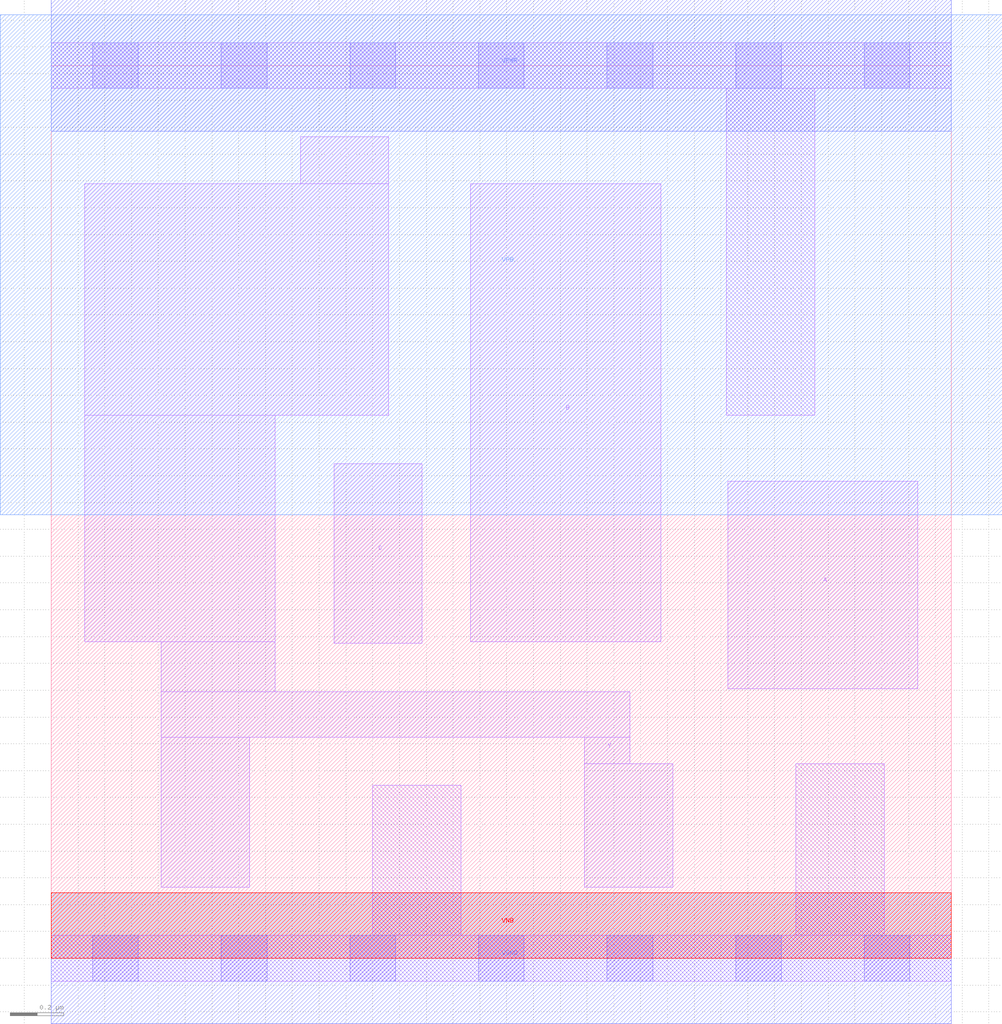
<source format=lef>
# Copyright 2020 The SkyWater PDK Authors
#
# Licensed under the Apache License, Version 2.0 (the "License");
# you may not use this file except in compliance with the License.
# You may obtain a copy of the License at
#
#     https://www.apache.org/licenses/LICENSE-2.0
#
# Unless required by applicable law or agreed to in writing, software
# distributed under the License is distributed on an "AS IS" BASIS,
# WITHOUT WARRANTIES OR CONDITIONS OF ANY KIND, either express or implied.
# See the License for the specific language governing permissions and
# limitations under the License.
#
# SPDX-License-Identifier: Apache-2.0

VERSION 5.7 ;
  NOWIREEXTENSIONATPIN ON ;
  DIVIDERCHAR "/" ;
  BUSBITCHARS "[]" ;
MACRO sky130_fd_sc_lp__nor3_lp
  CLASS CORE ;
  FOREIGN sky130_fd_sc_lp__nor3_lp ;
  ORIGIN  0.000000  0.000000 ;
  SIZE  3.360000 BY  3.330000 ;
  SYMMETRY X Y R90 ;
  SITE unit ;
  PIN A
    ANTENNAGATEAREA  0.376000 ;
    DIRECTION INPUT ;
    USE SIGNAL ;
    PORT
      LAYER li1 ;
        RECT 2.525000 1.005000 3.235000 1.780000 ;
    END
  END A
  PIN B
    ANTENNAGATEAREA  0.376000 ;
    DIRECTION INPUT ;
    USE SIGNAL ;
    PORT
      LAYER li1 ;
        RECT 1.565000 1.180000 2.275000 2.890000 ;
    END
  END B
  PIN C
    ANTENNAGATEAREA  0.376000 ;
    DIRECTION INPUT ;
    USE SIGNAL ;
    PORT
      LAYER li1 ;
        RECT 1.055000 1.175000 1.385000 1.845000 ;
    END
  END C
  PIN Y
    ANTENNADIFFAREA  0.522300 ;
    DIRECTION OUTPUT ;
    USE SIGNAL ;
    PORT
      LAYER li1 ;
        RECT 0.125000 1.180000 0.835000 2.025000 ;
        RECT 0.125000 2.025000 1.260000 2.890000 ;
        RECT 0.410000 0.265000 0.740000 0.825000 ;
        RECT 0.410000 0.825000 2.160000 0.995000 ;
        RECT 0.410000 0.995000 0.835000 1.180000 ;
        RECT 0.930000 2.890000 1.260000 3.065000 ;
        RECT 1.990000 0.265000 2.320000 0.725000 ;
        RECT 1.990000 0.725000 2.160000 0.825000 ;
    END
  END Y
  PIN VGND
    DIRECTION INOUT ;
    USE GROUND ;
    PORT
      LAYER met1 ;
        RECT 0.000000 -0.245000 3.360000 0.245000 ;
    END
  END VGND
  PIN VNB
    DIRECTION INOUT ;
    USE GROUND ;
    PORT
      LAYER pwell ;
        RECT 0.000000 0.000000 3.360000 0.245000 ;
    END
  END VNB
  PIN VPB
    DIRECTION INOUT ;
    USE POWER ;
    PORT
      LAYER nwell ;
        RECT -0.190000 1.655000 3.550000 3.520000 ;
    END
  END VPB
  PIN VPWR
    DIRECTION INOUT ;
    USE POWER ;
    PORT
      LAYER met1 ;
        RECT 0.000000 3.085000 3.360000 3.575000 ;
    END
  END VPWR
  OBS
    LAYER li1 ;
      RECT 0.000000 -0.085000 3.360000 0.085000 ;
      RECT 0.000000  3.245000 3.360000 3.415000 ;
      RECT 1.200000  0.085000 1.530000 0.645000 ;
      RECT 2.520000  2.025000 2.850000 3.245000 ;
      RECT 2.780000  0.085000 3.110000 0.725000 ;
    LAYER mcon ;
      RECT 0.155000 -0.085000 0.325000 0.085000 ;
      RECT 0.155000  3.245000 0.325000 3.415000 ;
      RECT 0.635000 -0.085000 0.805000 0.085000 ;
      RECT 0.635000  3.245000 0.805000 3.415000 ;
      RECT 1.115000 -0.085000 1.285000 0.085000 ;
      RECT 1.115000  3.245000 1.285000 3.415000 ;
      RECT 1.595000 -0.085000 1.765000 0.085000 ;
      RECT 1.595000  3.245000 1.765000 3.415000 ;
      RECT 2.075000 -0.085000 2.245000 0.085000 ;
      RECT 2.075000  3.245000 2.245000 3.415000 ;
      RECT 2.555000 -0.085000 2.725000 0.085000 ;
      RECT 2.555000  3.245000 2.725000 3.415000 ;
      RECT 3.035000 -0.085000 3.205000 0.085000 ;
      RECT 3.035000  3.245000 3.205000 3.415000 ;
  END
END sky130_fd_sc_lp__nor3_lp
END LIBRARY

</source>
